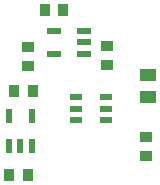
<source format=gbr>
G04 EAGLE Gerber X2 export*
%TF.Part,Single*%
%TF.FileFunction,Paste,Bot*%
%TF.FilePolarity,Positive*%
%TF.GenerationSoftware,Autodesk,EAGLE,9.2.2*%
%TF.CreationDate,2020-03-12T07:58:02Z*%
G75*
%MOMM*%
%FSLAX34Y34*%
%LPD*%
%INSolderpaste Bottom*%
%AMOC8*
5,1,8,0,0,1.08239X$1,22.5*%
G01*
%ADD10R,1.050000X0.550000*%
%ADD11R,1.450000X1.050000*%
%ADD12R,1.000000X0.950000*%
%ADD13R,1.200000X0.600000*%
%ADD14R,0.950000X1.000000*%
%ADD15R,0.600000X1.200000*%


D10*
X336250Y541680D03*
X336250Y551180D03*
X336250Y560680D03*
X362250Y560680D03*
X362250Y551180D03*
X362250Y541680D03*
D11*
X397510Y579730D03*
X397510Y560730D03*
D12*
X396240Y511430D03*
X396240Y527430D03*
D13*
X343208Y616814D03*
X343208Y607314D03*
X343208Y597814D03*
X318208Y597814D03*
X318208Y616814D03*
D12*
X362712Y588392D03*
X362712Y604392D03*
D14*
X326008Y635000D03*
X310008Y635000D03*
D12*
X296418Y587376D03*
X296418Y603376D03*
D15*
X299060Y519630D03*
X289560Y519630D03*
X280060Y519630D03*
X280060Y544630D03*
X299060Y544630D03*
D14*
X296290Y495300D03*
X280290Y495300D03*
X284100Y566420D03*
X300100Y566420D03*
M02*

</source>
